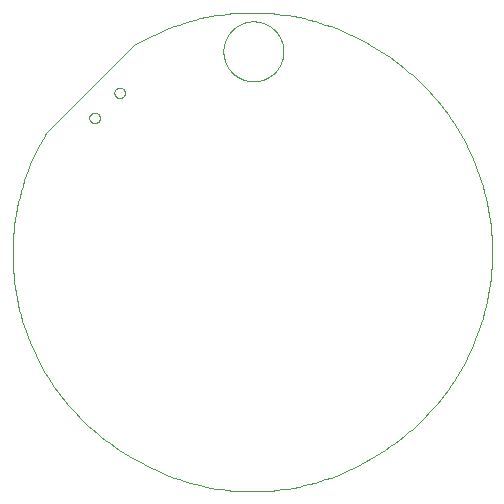
<source format=gko>
G75*
%MOIN*%
%OFA0B0*%
%FSLAX25Y25*%
%IPPOS*%
%LPD*%
%AMOC8*
5,1,8,0,0,1.08239X$1,22.5*
%
%ADD10C,0.00000*%
%ADD11C,0.00394*%
D10*
X0029704Y0140586D02*
X0029706Y0140670D01*
X0029712Y0140753D01*
X0029722Y0140836D01*
X0029736Y0140919D01*
X0029753Y0141001D01*
X0029775Y0141082D01*
X0029800Y0141161D01*
X0029829Y0141240D01*
X0029862Y0141317D01*
X0029898Y0141392D01*
X0029938Y0141466D01*
X0029981Y0141538D01*
X0030028Y0141607D01*
X0030078Y0141674D01*
X0030131Y0141739D01*
X0030187Y0141801D01*
X0030245Y0141861D01*
X0030307Y0141918D01*
X0030371Y0141971D01*
X0030438Y0142022D01*
X0030507Y0142069D01*
X0030578Y0142114D01*
X0030651Y0142154D01*
X0030726Y0142191D01*
X0030803Y0142225D01*
X0030881Y0142255D01*
X0030960Y0142281D01*
X0031041Y0142304D01*
X0031123Y0142322D01*
X0031205Y0142337D01*
X0031288Y0142348D01*
X0031371Y0142355D01*
X0031455Y0142358D01*
X0031539Y0142357D01*
X0031622Y0142352D01*
X0031706Y0142343D01*
X0031788Y0142330D01*
X0031870Y0142314D01*
X0031951Y0142293D01*
X0032032Y0142269D01*
X0032110Y0142241D01*
X0032188Y0142209D01*
X0032264Y0142173D01*
X0032338Y0142134D01*
X0032410Y0142092D01*
X0032480Y0142046D01*
X0032548Y0141997D01*
X0032613Y0141945D01*
X0032676Y0141890D01*
X0032736Y0141832D01*
X0032794Y0141771D01*
X0032848Y0141707D01*
X0032900Y0141641D01*
X0032948Y0141573D01*
X0032993Y0141502D01*
X0033034Y0141429D01*
X0033073Y0141355D01*
X0033107Y0141279D01*
X0033138Y0141201D01*
X0033165Y0141122D01*
X0033189Y0141041D01*
X0033208Y0140960D01*
X0033224Y0140878D01*
X0033236Y0140795D01*
X0033244Y0140711D01*
X0033248Y0140628D01*
X0033248Y0140544D01*
X0033244Y0140461D01*
X0033236Y0140377D01*
X0033224Y0140294D01*
X0033208Y0140212D01*
X0033189Y0140131D01*
X0033165Y0140050D01*
X0033138Y0139971D01*
X0033107Y0139893D01*
X0033073Y0139817D01*
X0033034Y0139743D01*
X0032993Y0139670D01*
X0032948Y0139599D01*
X0032900Y0139531D01*
X0032848Y0139465D01*
X0032794Y0139401D01*
X0032736Y0139340D01*
X0032676Y0139282D01*
X0032613Y0139227D01*
X0032548Y0139175D01*
X0032480Y0139126D01*
X0032410Y0139080D01*
X0032338Y0139038D01*
X0032264Y0138999D01*
X0032188Y0138963D01*
X0032110Y0138931D01*
X0032032Y0138903D01*
X0031951Y0138879D01*
X0031870Y0138858D01*
X0031788Y0138842D01*
X0031706Y0138829D01*
X0031622Y0138820D01*
X0031539Y0138815D01*
X0031455Y0138814D01*
X0031371Y0138817D01*
X0031288Y0138824D01*
X0031205Y0138835D01*
X0031123Y0138850D01*
X0031041Y0138868D01*
X0030960Y0138891D01*
X0030881Y0138917D01*
X0030803Y0138947D01*
X0030726Y0138981D01*
X0030651Y0139018D01*
X0030578Y0139058D01*
X0030507Y0139103D01*
X0030438Y0139150D01*
X0030371Y0139201D01*
X0030307Y0139254D01*
X0030245Y0139311D01*
X0030187Y0139371D01*
X0030131Y0139433D01*
X0030078Y0139498D01*
X0030028Y0139565D01*
X0029981Y0139634D01*
X0029938Y0139706D01*
X0029898Y0139780D01*
X0029862Y0139855D01*
X0029829Y0139932D01*
X0029800Y0140011D01*
X0029775Y0140090D01*
X0029753Y0140171D01*
X0029736Y0140253D01*
X0029722Y0140336D01*
X0029712Y0140419D01*
X0029706Y0140502D01*
X0029704Y0140586D01*
X0038056Y0148938D02*
X0038058Y0149022D01*
X0038064Y0149105D01*
X0038074Y0149188D01*
X0038088Y0149271D01*
X0038105Y0149353D01*
X0038127Y0149434D01*
X0038152Y0149513D01*
X0038181Y0149592D01*
X0038214Y0149669D01*
X0038250Y0149744D01*
X0038290Y0149818D01*
X0038333Y0149890D01*
X0038380Y0149959D01*
X0038430Y0150026D01*
X0038483Y0150091D01*
X0038539Y0150153D01*
X0038597Y0150213D01*
X0038659Y0150270D01*
X0038723Y0150323D01*
X0038790Y0150374D01*
X0038859Y0150421D01*
X0038930Y0150466D01*
X0039003Y0150506D01*
X0039078Y0150543D01*
X0039155Y0150577D01*
X0039233Y0150607D01*
X0039312Y0150633D01*
X0039393Y0150656D01*
X0039475Y0150674D01*
X0039557Y0150689D01*
X0039640Y0150700D01*
X0039723Y0150707D01*
X0039807Y0150710D01*
X0039891Y0150709D01*
X0039974Y0150704D01*
X0040058Y0150695D01*
X0040140Y0150682D01*
X0040222Y0150666D01*
X0040303Y0150645D01*
X0040384Y0150621D01*
X0040462Y0150593D01*
X0040540Y0150561D01*
X0040616Y0150525D01*
X0040690Y0150486D01*
X0040762Y0150444D01*
X0040832Y0150398D01*
X0040900Y0150349D01*
X0040965Y0150297D01*
X0041028Y0150242D01*
X0041088Y0150184D01*
X0041146Y0150123D01*
X0041200Y0150059D01*
X0041252Y0149993D01*
X0041300Y0149925D01*
X0041345Y0149854D01*
X0041386Y0149781D01*
X0041425Y0149707D01*
X0041459Y0149631D01*
X0041490Y0149553D01*
X0041517Y0149474D01*
X0041541Y0149393D01*
X0041560Y0149312D01*
X0041576Y0149230D01*
X0041588Y0149147D01*
X0041596Y0149063D01*
X0041600Y0148980D01*
X0041600Y0148896D01*
X0041596Y0148813D01*
X0041588Y0148729D01*
X0041576Y0148646D01*
X0041560Y0148564D01*
X0041541Y0148483D01*
X0041517Y0148402D01*
X0041490Y0148323D01*
X0041459Y0148245D01*
X0041425Y0148169D01*
X0041386Y0148095D01*
X0041345Y0148022D01*
X0041300Y0147951D01*
X0041252Y0147883D01*
X0041200Y0147817D01*
X0041146Y0147753D01*
X0041088Y0147692D01*
X0041028Y0147634D01*
X0040965Y0147579D01*
X0040900Y0147527D01*
X0040832Y0147478D01*
X0040762Y0147432D01*
X0040690Y0147390D01*
X0040616Y0147351D01*
X0040540Y0147315D01*
X0040462Y0147283D01*
X0040384Y0147255D01*
X0040303Y0147231D01*
X0040222Y0147210D01*
X0040140Y0147194D01*
X0040058Y0147181D01*
X0039974Y0147172D01*
X0039891Y0147167D01*
X0039807Y0147166D01*
X0039723Y0147169D01*
X0039640Y0147176D01*
X0039557Y0147187D01*
X0039475Y0147202D01*
X0039393Y0147220D01*
X0039312Y0147243D01*
X0039233Y0147269D01*
X0039155Y0147299D01*
X0039078Y0147333D01*
X0039003Y0147370D01*
X0038930Y0147410D01*
X0038859Y0147455D01*
X0038790Y0147502D01*
X0038723Y0147553D01*
X0038659Y0147606D01*
X0038597Y0147663D01*
X0038539Y0147723D01*
X0038483Y0147785D01*
X0038430Y0147850D01*
X0038380Y0147917D01*
X0038333Y0147986D01*
X0038290Y0148058D01*
X0038250Y0148132D01*
X0038214Y0148207D01*
X0038181Y0148284D01*
X0038152Y0148363D01*
X0038127Y0148442D01*
X0038105Y0148523D01*
X0038088Y0148605D01*
X0038074Y0148688D01*
X0038064Y0148771D01*
X0038058Y0148854D01*
X0038056Y0148938D01*
X0074420Y0162780D02*
X0074423Y0163025D01*
X0074432Y0163271D01*
X0074447Y0163516D01*
X0074468Y0163760D01*
X0074495Y0164004D01*
X0074528Y0164247D01*
X0074567Y0164490D01*
X0074612Y0164731D01*
X0074663Y0164971D01*
X0074720Y0165210D01*
X0074782Y0165447D01*
X0074851Y0165683D01*
X0074925Y0165917D01*
X0075005Y0166149D01*
X0075090Y0166379D01*
X0075181Y0166607D01*
X0075278Y0166832D01*
X0075380Y0167056D01*
X0075488Y0167276D01*
X0075601Y0167494D01*
X0075719Y0167709D01*
X0075843Y0167921D01*
X0075971Y0168130D01*
X0076105Y0168336D01*
X0076244Y0168538D01*
X0076388Y0168737D01*
X0076537Y0168932D01*
X0076690Y0169124D01*
X0076848Y0169312D01*
X0077010Y0169496D01*
X0077178Y0169675D01*
X0077349Y0169851D01*
X0077525Y0170022D01*
X0077704Y0170190D01*
X0077888Y0170352D01*
X0078076Y0170510D01*
X0078268Y0170663D01*
X0078463Y0170812D01*
X0078662Y0170956D01*
X0078864Y0171095D01*
X0079070Y0171229D01*
X0079279Y0171357D01*
X0079491Y0171481D01*
X0079706Y0171599D01*
X0079924Y0171712D01*
X0080144Y0171820D01*
X0080368Y0171922D01*
X0080593Y0172019D01*
X0080821Y0172110D01*
X0081051Y0172195D01*
X0081283Y0172275D01*
X0081517Y0172349D01*
X0081753Y0172418D01*
X0081990Y0172480D01*
X0082229Y0172537D01*
X0082469Y0172588D01*
X0082710Y0172633D01*
X0082953Y0172672D01*
X0083196Y0172705D01*
X0083440Y0172732D01*
X0083684Y0172753D01*
X0083929Y0172768D01*
X0084175Y0172777D01*
X0084420Y0172780D01*
X0084665Y0172777D01*
X0084911Y0172768D01*
X0085156Y0172753D01*
X0085400Y0172732D01*
X0085644Y0172705D01*
X0085887Y0172672D01*
X0086130Y0172633D01*
X0086371Y0172588D01*
X0086611Y0172537D01*
X0086850Y0172480D01*
X0087087Y0172418D01*
X0087323Y0172349D01*
X0087557Y0172275D01*
X0087789Y0172195D01*
X0088019Y0172110D01*
X0088247Y0172019D01*
X0088472Y0171922D01*
X0088696Y0171820D01*
X0088916Y0171712D01*
X0089134Y0171599D01*
X0089349Y0171481D01*
X0089561Y0171357D01*
X0089770Y0171229D01*
X0089976Y0171095D01*
X0090178Y0170956D01*
X0090377Y0170812D01*
X0090572Y0170663D01*
X0090764Y0170510D01*
X0090952Y0170352D01*
X0091136Y0170190D01*
X0091315Y0170022D01*
X0091491Y0169851D01*
X0091662Y0169675D01*
X0091830Y0169496D01*
X0091992Y0169312D01*
X0092150Y0169124D01*
X0092303Y0168932D01*
X0092452Y0168737D01*
X0092596Y0168538D01*
X0092735Y0168336D01*
X0092869Y0168130D01*
X0092997Y0167921D01*
X0093121Y0167709D01*
X0093239Y0167494D01*
X0093352Y0167276D01*
X0093460Y0167056D01*
X0093562Y0166832D01*
X0093659Y0166607D01*
X0093750Y0166379D01*
X0093835Y0166149D01*
X0093915Y0165917D01*
X0093989Y0165683D01*
X0094058Y0165447D01*
X0094120Y0165210D01*
X0094177Y0164971D01*
X0094228Y0164731D01*
X0094273Y0164490D01*
X0094312Y0164247D01*
X0094345Y0164004D01*
X0094372Y0163760D01*
X0094393Y0163516D01*
X0094408Y0163271D01*
X0094417Y0163025D01*
X0094420Y0162780D01*
X0094417Y0162535D01*
X0094408Y0162289D01*
X0094393Y0162044D01*
X0094372Y0161800D01*
X0094345Y0161556D01*
X0094312Y0161313D01*
X0094273Y0161070D01*
X0094228Y0160829D01*
X0094177Y0160589D01*
X0094120Y0160350D01*
X0094058Y0160113D01*
X0093989Y0159877D01*
X0093915Y0159643D01*
X0093835Y0159411D01*
X0093750Y0159181D01*
X0093659Y0158953D01*
X0093562Y0158728D01*
X0093460Y0158504D01*
X0093352Y0158284D01*
X0093239Y0158066D01*
X0093121Y0157851D01*
X0092997Y0157639D01*
X0092869Y0157430D01*
X0092735Y0157224D01*
X0092596Y0157022D01*
X0092452Y0156823D01*
X0092303Y0156628D01*
X0092150Y0156436D01*
X0091992Y0156248D01*
X0091830Y0156064D01*
X0091662Y0155885D01*
X0091491Y0155709D01*
X0091315Y0155538D01*
X0091136Y0155370D01*
X0090952Y0155208D01*
X0090764Y0155050D01*
X0090572Y0154897D01*
X0090377Y0154748D01*
X0090178Y0154604D01*
X0089976Y0154465D01*
X0089770Y0154331D01*
X0089561Y0154203D01*
X0089349Y0154079D01*
X0089134Y0153961D01*
X0088916Y0153848D01*
X0088696Y0153740D01*
X0088472Y0153638D01*
X0088247Y0153541D01*
X0088019Y0153450D01*
X0087789Y0153365D01*
X0087557Y0153285D01*
X0087323Y0153211D01*
X0087087Y0153142D01*
X0086850Y0153080D01*
X0086611Y0153023D01*
X0086371Y0152972D01*
X0086130Y0152927D01*
X0085887Y0152888D01*
X0085644Y0152855D01*
X0085400Y0152828D01*
X0085156Y0152807D01*
X0084911Y0152792D01*
X0084665Y0152783D01*
X0084420Y0152780D01*
X0084175Y0152783D01*
X0083929Y0152792D01*
X0083684Y0152807D01*
X0083440Y0152828D01*
X0083196Y0152855D01*
X0082953Y0152888D01*
X0082710Y0152927D01*
X0082469Y0152972D01*
X0082229Y0153023D01*
X0081990Y0153080D01*
X0081753Y0153142D01*
X0081517Y0153211D01*
X0081283Y0153285D01*
X0081051Y0153365D01*
X0080821Y0153450D01*
X0080593Y0153541D01*
X0080368Y0153638D01*
X0080144Y0153740D01*
X0079924Y0153848D01*
X0079706Y0153961D01*
X0079491Y0154079D01*
X0079279Y0154203D01*
X0079070Y0154331D01*
X0078864Y0154465D01*
X0078662Y0154604D01*
X0078463Y0154748D01*
X0078268Y0154897D01*
X0078076Y0155050D01*
X0077888Y0155208D01*
X0077704Y0155370D01*
X0077525Y0155538D01*
X0077349Y0155709D01*
X0077178Y0155885D01*
X0077010Y0156064D01*
X0076848Y0156248D01*
X0076690Y0156436D01*
X0076537Y0156628D01*
X0076388Y0156823D01*
X0076244Y0157022D01*
X0076105Y0157224D01*
X0075971Y0157430D01*
X0075843Y0157639D01*
X0075719Y0157851D01*
X0075601Y0158066D01*
X0075488Y0158284D01*
X0075380Y0158504D01*
X0075278Y0158728D01*
X0075181Y0158953D01*
X0075090Y0159181D01*
X0075005Y0159411D01*
X0074925Y0159643D01*
X0074851Y0159877D01*
X0074782Y0160113D01*
X0074720Y0160350D01*
X0074663Y0160589D01*
X0074612Y0160829D01*
X0074567Y0161070D01*
X0074528Y0161313D01*
X0074495Y0161556D01*
X0074468Y0161800D01*
X0074447Y0162044D01*
X0074432Y0162289D01*
X0074423Y0162535D01*
X0074420Y0162780D01*
D11*
X0044643Y0027018D02*
X0046230Y0026091D01*
X0047839Y0025201D01*
X0049468Y0024351D01*
X0051118Y0023540D01*
X0052786Y0022769D01*
X0054473Y0022038D01*
X0056177Y0021349D01*
X0057896Y0020700D01*
X0059631Y0020093D01*
X0061380Y0019527D01*
X0063143Y0019004D01*
X0064917Y0018524D01*
X0066702Y0018086D01*
X0068497Y0017691D01*
X0070301Y0017340D01*
X0072114Y0017032D01*
X0073933Y0016768D01*
X0075757Y0016547D01*
X0077587Y0016371D01*
X0079420Y0016238D01*
X0081256Y0016150D01*
X0083094Y0016106D01*
X0084932Y0016106D01*
X0086770Y0016150D01*
X0088606Y0016238D01*
X0090439Y0016371D01*
X0092269Y0016547D01*
X0094093Y0016768D01*
X0095912Y0017032D01*
X0097725Y0017340D01*
X0099529Y0017691D01*
X0101324Y0018086D01*
X0103109Y0018524D01*
X0104883Y0019004D01*
X0106646Y0019527D01*
X0108395Y0020093D01*
X0110130Y0020700D01*
X0111849Y0021349D01*
X0113553Y0022038D01*
X0115240Y0022769D01*
X0116908Y0023540D01*
X0118558Y0024351D01*
X0120187Y0025201D01*
X0121796Y0026091D01*
X0123383Y0027018D01*
X0123383Y0027019D02*
X0125058Y0027974D01*
X0126709Y0028970D01*
X0128335Y0030006D01*
X0129935Y0031081D01*
X0131508Y0032196D01*
X0133053Y0033348D01*
X0134570Y0034538D01*
X0136058Y0035765D01*
X0137514Y0037028D01*
X0138940Y0038326D01*
X0140333Y0039658D01*
X0141693Y0041025D01*
X0143020Y0042424D01*
X0144312Y0043855D01*
X0145568Y0045317D01*
X0146788Y0046810D01*
X0147971Y0048332D01*
X0149117Y0049883D01*
X0150224Y0051461D01*
X0151293Y0053066D01*
X0152322Y0054696D01*
X0153310Y0056351D01*
X0154258Y0058030D01*
X0155165Y0059732D01*
X0156029Y0061455D01*
X0156851Y0063199D01*
X0157631Y0064962D01*
X0158366Y0066744D01*
X0159058Y0068544D01*
X0159706Y0070359D01*
X0160309Y0072191D01*
X0160867Y0074036D01*
X0161380Y0075894D01*
X0161847Y0077765D01*
X0162269Y0079646D01*
X0162644Y0081537D01*
X0162972Y0083437D01*
X0163254Y0085344D01*
X0163490Y0087258D01*
X0163678Y0089176D01*
X0163820Y0091099D01*
X0163914Y0093025D01*
X0163961Y0094952D01*
X0163961Y0096880D01*
X0163914Y0098807D01*
X0163820Y0100733D01*
X0163678Y0102656D01*
X0163490Y0104574D01*
X0163254Y0106488D01*
X0162972Y0108395D01*
X0162644Y0110295D01*
X0162269Y0112186D01*
X0161847Y0114067D01*
X0161380Y0115938D01*
X0160867Y0117796D01*
X0160309Y0119641D01*
X0159706Y0121473D01*
X0159058Y0123288D01*
X0158366Y0125088D01*
X0157631Y0126870D01*
X0156851Y0128633D01*
X0156029Y0130377D01*
X0155165Y0132100D01*
X0154258Y0133802D01*
X0153310Y0135481D01*
X0152322Y0137136D01*
X0151293Y0138766D01*
X0150224Y0140371D01*
X0149117Y0141949D01*
X0147971Y0143500D01*
X0146788Y0145022D01*
X0145568Y0146515D01*
X0144312Y0147977D01*
X0143020Y0149408D01*
X0141693Y0150807D01*
X0140333Y0152174D01*
X0138940Y0153506D01*
X0137514Y0154804D01*
X0136058Y0156067D01*
X0134570Y0157294D01*
X0133053Y0158484D01*
X0131508Y0159636D01*
X0129935Y0160751D01*
X0128335Y0161826D01*
X0126709Y0162862D01*
X0125058Y0163858D01*
X0123383Y0164813D01*
X0123383Y0164814D02*
X0121796Y0165741D01*
X0120187Y0166631D01*
X0118558Y0167481D01*
X0116908Y0168292D01*
X0115240Y0169063D01*
X0113553Y0169794D01*
X0111849Y0170483D01*
X0110130Y0171132D01*
X0108395Y0171739D01*
X0106646Y0172305D01*
X0104883Y0172828D01*
X0103109Y0173308D01*
X0101324Y0173746D01*
X0099529Y0174141D01*
X0097725Y0174492D01*
X0095912Y0174800D01*
X0094093Y0175064D01*
X0092269Y0175285D01*
X0090439Y0175461D01*
X0088606Y0175594D01*
X0086770Y0175682D01*
X0084932Y0175726D01*
X0083094Y0175726D01*
X0081256Y0175682D01*
X0079420Y0175594D01*
X0077587Y0175461D01*
X0075757Y0175285D01*
X0073933Y0175064D01*
X0072114Y0174800D01*
X0070301Y0174492D01*
X0068497Y0174141D01*
X0066702Y0173746D01*
X0064917Y0173308D01*
X0063143Y0172828D01*
X0061380Y0172305D01*
X0059631Y0171739D01*
X0057896Y0171132D01*
X0056177Y0170483D01*
X0054473Y0169794D01*
X0052786Y0169063D01*
X0051118Y0168292D01*
X0049468Y0167481D01*
X0047839Y0166631D01*
X0046230Y0165741D01*
X0044643Y0164814D01*
X0015115Y0135286D01*
X0015116Y0135285D02*
X0014166Y0133643D01*
X0013256Y0131977D01*
X0012387Y0130291D01*
X0011559Y0128583D01*
X0010773Y0126856D01*
X0010029Y0125110D01*
X0009328Y0123347D01*
X0008670Y0121567D01*
X0008055Y0119771D01*
X0007484Y0117961D01*
X0006958Y0116138D01*
X0006476Y0114303D01*
X0006039Y0112456D01*
X0005646Y0110600D01*
X0005300Y0108734D01*
X0004998Y0106860D01*
X0004742Y0104980D01*
X0004532Y0103094D01*
X0004369Y0101203D01*
X0004251Y0099309D01*
X0004179Y0097413D01*
X0004153Y0095515D01*
X0004174Y0093618D01*
X0004240Y0091721D01*
X0004353Y0089827D01*
X0004512Y0087936D01*
X0004717Y0086049D01*
X0004967Y0084168D01*
X0005263Y0082294D01*
X0005605Y0080427D01*
X0005992Y0078570D01*
X0006425Y0076722D01*
X0006902Y0074885D01*
X0007423Y0073060D01*
X0007989Y0071249D01*
X0008599Y0069452D01*
X0009252Y0067670D01*
X0009948Y0065905D01*
X0010687Y0064157D01*
X0011469Y0062428D01*
X0012292Y0060718D01*
X0013156Y0059029D01*
X0014062Y0057361D01*
X0015008Y0055716D01*
X0015993Y0054094D01*
X0017018Y0052497D01*
X0018081Y0050925D01*
X0019182Y0049379D01*
X0020320Y0047861D01*
X0021495Y0046371D01*
X0022706Y0044910D01*
X0023952Y0043478D01*
X0025233Y0042078D01*
X0026547Y0040709D01*
X0027894Y0039372D01*
X0029273Y0038069D01*
X0030684Y0036799D01*
X0032125Y0035565D01*
X0033595Y0034365D01*
X0035095Y0033202D01*
X0036622Y0032076D01*
X0038176Y0030987D01*
X0039756Y0029936D01*
X0041362Y0028924D01*
X0042991Y0027951D01*
X0044644Y0027018D01*
M02*

</source>
